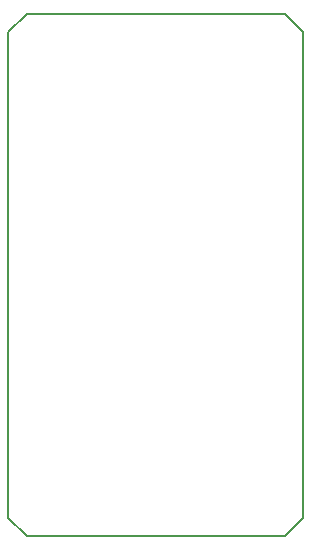
<source format=gbr>
%TF.GenerationSoftware,KiCad,Pcbnew,(5.1.10)-1*%
%TF.CreationDate,2021-11-28T18:03:10+01:00*%
%TF.ProjectId,M5StampC3,4d355374-616d-4704-9333-2e6b69636164,rev?*%
%TF.SameCoordinates,Original*%
%TF.FileFunction,Profile,NP*%
%FSLAX46Y46*%
G04 Gerber Fmt 4.6, Leading zero omitted, Abs format (unit mm)*
G04 Created by KiCad (PCBNEW (5.1.10)-1) date 2021-11-28 18:03:10*
%MOMM*%
%LPD*%
G01*
G04 APERTURE LIST*
%TA.AperFunction,Profile*%
%ADD10C,0.150000*%
%TD*%
G04 APERTURE END LIST*
D10*
X136652000Y-85258000D02*
X138176000Y-83758000D01*
X113254000Y-83758000D02*
X114838000Y-85258000D01*
X136676000Y-41072000D02*
X138176000Y-42572000D01*
X113254000Y-42572000D02*
X114854000Y-41072000D01*
X138176000Y-83758000D02*
X138176000Y-42572000D01*
X114838000Y-85258000D02*
X136652000Y-85258000D01*
X114854000Y-41072000D02*
X136676000Y-41072000D01*
X113254000Y-83758000D02*
X113254000Y-42572000D01*
M02*

</source>
